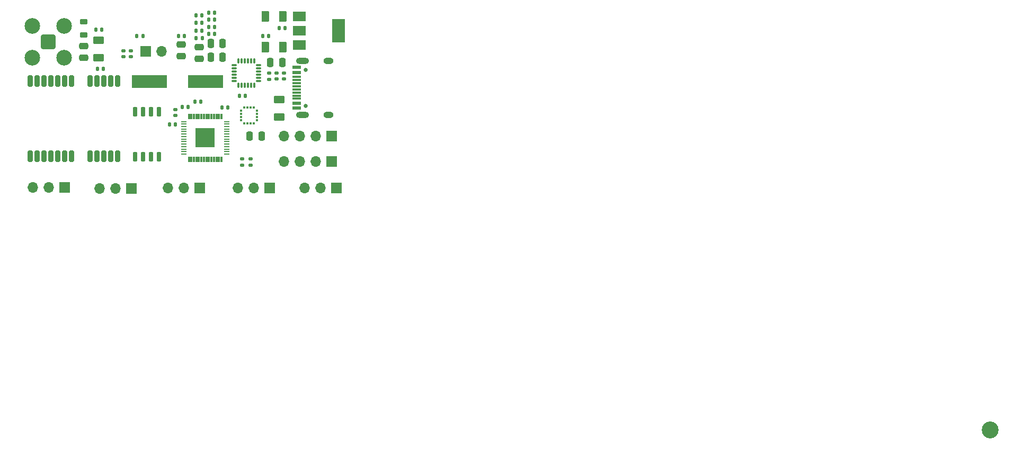
<source format=gbr>
%TF.GenerationSoftware,KiCad,Pcbnew,(6.0.7)*%
%TF.CreationDate,2022-11-19T04:14:00-05:00*%
%TF.ProjectId,picopilotv1,7069636f-7069-46c6-9f74-76312e6b6963,rev?*%
%TF.SameCoordinates,Original*%
%TF.FileFunction,Soldermask,Top*%
%TF.FilePolarity,Negative*%
%FSLAX46Y46*%
G04 Gerber Fmt 4.6, Leading zero omitted, Abs format (unit mm)*
G04 Created by KiCad (PCBNEW (6.0.7)) date 2022-11-19 04:14:00*
%MOMM*%
%LPD*%
G01*
G04 APERTURE LIST*
G04 Aperture macros list*
%AMRoundRect*
0 Rectangle with rounded corners*
0 $1 Rounding radius*
0 $2 $3 $4 $5 $6 $7 $8 $9 X,Y pos of 4 corners*
0 Add a 4 corners polygon primitive as box body*
4,1,4,$2,$3,$4,$5,$6,$7,$8,$9,$2,$3,0*
0 Add four circle primitives for the rounded corners*
1,1,$1+$1,$2,$3*
1,1,$1+$1,$4,$5*
1,1,$1+$1,$6,$7*
1,1,$1+$1,$8,$9*
0 Add four rect primitives between the rounded corners*
20,1,$1+$1,$2,$3,$4,$5,0*
20,1,$1+$1,$4,$5,$6,$7,0*
20,1,$1+$1,$6,$7,$8,$9,0*
20,1,$1+$1,$8,$9,$2,$3,0*%
G04 Aperture macros list end*
%ADD10RoundRect,0.250000X0.375000X0.625000X-0.375000X0.625000X-0.375000X-0.625000X0.375000X-0.625000X0*%
%ADD11RoundRect,0.140000X0.140000X0.170000X-0.140000X0.170000X-0.140000X-0.170000X0.140000X-0.170000X0*%
%ADD12RoundRect,0.250000X-0.250000X-0.475000X0.250000X-0.475000X0.250000X0.475000X-0.250000X0.475000X0*%
%ADD13RoundRect,0.140000X0.170000X-0.140000X0.170000X0.140000X-0.170000X0.140000X-0.170000X-0.140000X0*%
%ADD14RoundRect,0.140000X-0.140000X-0.170000X0.140000X-0.170000X0.140000X0.170000X-0.140000X0.170000X0*%
%ADD15RoundRect,0.250000X-0.625000X0.375000X-0.625000X-0.375000X0.625000X-0.375000X0.625000X0.375000X0*%
%ADD16R,0.450000X0.300000*%
%ADD17R,0.300000X0.450000*%
%ADD18R,2.000000X1.500000*%
%ADD19R,2.000000X3.800000*%
%ADD20R,5.600000X2.100000*%
%ADD21R,1.700000X1.700000*%
%ADD22O,1.700000X1.700000*%
%ADD23RoundRect,0.006000X0.094000X-0.414000X0.094000X0.414000X-0.094000X0.414000X-0.094000X-0.414000X0*%
%ADD24RoundRect,0.020000X0.400000X-0.080000X0.400000X0.080000X-0.400000X0.080000X-0.400000X-0.080000X0*%
%ADD25R,3.100000X3.100000*%
%ADD26RoundRect,0.150000X0.150000X-0.650000X0.150000X0.650000X-0.150000X0.650000X-0.150000X-0.650000X0*%
%ADD27RoundRect,0.218750X0.381250X-0.218750X0.381250X0.218750X-0.381250X0.218750X-0.381250X-0.218750X0*%
%ADD28RoundRect,0.140000X-0.170000X0.140000X-0.170000X-0.140000X0.170000X-0.140000X0.170000X0.140000X0*%
%ADD29RoundRect,0.075000X-0.075000X0.350000X-0.075000X-0.350000X0.075000X-0.350000X0.075000X0.350000X0*%
%ADD30RoundRect,0.075000X0.350000X0.075000X-0.350000X0.075000X-0.350000X-0.075000X0.350000X-0.075000X0*%
%ADD31RoundRect,0.250000X-0.475000X0.250000X-0.475000X-0.250000X0.475000X-0.250000X0.475000X0.250000X0*%
%ADD32RoundRect,0.200100X0.949900X-0.949900X0.949900X0.949900X-0.949900X0.949900X-0.949900X-0.949900X0*%
%ADD33C,2.500000*%
%ADD34C,2.700000*%
%ADD35C,0.650000*%
%ADD36R,1.450000X0.600000*%
%ADD37R,1.450000X0.300000*%
%ADD38O,2.100000X1.000000*%
%ADD39O,1.600000X1.000000*%
%ADD40RoundRect,0.250000X0.475000X-0.250000X0.475000X0.250000X-0.475000X0.250000X-0.475000X-0.250000X0*%
%ADD41RoundRect,0.250000X0.250000X0.475000X-0.250000X0.475000X-0.250000X-0.475000X0.250000X-0.475000X0*%
%ADD42RoundRect,0.200000X0.200000X-0.700000X0.200000X0.700000X-0.200000X0.700000X-0.200000X-0.700000X0*%
G04 APERTURE END LIST*
D10*
%TO.C,PWR*%
X127892000Y-83566000D03*
X125092000Y-83566000D03*
%TD*%
D11*
%TO.C,C8*%
X110665200Y-100838000D03*
X109705200Y-100838000D03*
%TD*%
D12*
%TO.C,C19*%
X122544800Y-102717600D03*
X124444800Y-102717600D03*
%TD*%
D13*
%TO.C,R1*%
X103530400Y-90040400D03*
X103530400Y-89080400D03*
%TD*%
D14*
%TO.C,C16*%
X113972400Y-84632800D03*
X114932400Y-84632800D03*
%TD*%
D15*
%TO.C,D1*%
X127254000Y-96898000D03*
X127254000Y-99698000D03*
%TD*%
D16*
%TO.C,U5*%
X123703000Y-100191000D03*
X123703000Y-99691000D03*
X123703000Y-99191000D03*
X123703000Y-98691000D03*
D17*
X123178000Y-98166000D03*
X122678000Y-98166000D03*
X122178000Y-98166000D03*
X121678000Y-98166000D03*
D16*
X121153000Y-98691000D03*
X121153000Y-99191000D03*
X121153000Y-99691000D03*
X121153000Y-100191000D03*
D17*
X121678000Y-100716000D03*
X122178000Y-100716000D03*
X122678000Y-100716000D03*
X123178000Y-100716000D03*
%TD*%
D18*
%TO.C,U1*%
X130454000Y-83552000D03*
X130454000Y-85852000D03*
D19*
X136754000Y-85852000D03*
D18*
X130454000Y-88152000D03*
%TD*%
D13*
%TO.C,R14*%
X128066800Y-93596400D03*
X128066800Y-92636400D03*
%TD*%
D11*
%TO.C,R4*%
X111737200Y-98044000D03*
X112697200Y-98044000D03*
%TD*%
D20*
%TO.C,Y1*%
X115498000Y-93980000D03*
X106498000Y-93980000D03*
%TD*%
D21*
%TO.C,P4*%
X125715000Y-110998000D03*
D22*
X123175000Y-110998000D03*
X120635000Y-110998000D03*
%TD*%
D11*
%TO.C,R3*%
X114729200Y-97180400D03*
X113769200Y-97180400D03*
%TD*%
%TO.C,R5*%
X119098000Y-98145600D03*
X118138000Y-98145600D03*
%TD*%
D23*
%TO.C,U3*%
X112843000Y-106432000D03*
X113243000Y-106432000D03*
X113643000Y-106432000D03*
X114043000Y-106432000D03*
X114443000Y-106432000D03*
X114843000Y-106432000D03*
X115243000Y-106432000D03*
X115643000Y-106432000D03*
X116043000Y-106432000D03*
X116443000Y-106432000D03*
X116843000Y-106432000D03*
X117243000Y-106432000D03*
X117643000Y-106432000D03*
X118043000Y-106432000D03*
D24*
X118878000Y-105597000D03*
X118878000Y-105197000D03*
X118878000Y-104797000D03*
X118878000Y-104397000D03*
X118878000Y-103997000D03*
X118878000Y-103597000D03*
X118878000Y-103197000D03*
X118878000Y-102797000D03*
X118878000Y-102397000D03*
X118878000Y-101997000D03*
X118878000Y-101597000D03*
X118878000Y-101197000D03*
X118878000Y-100797000D03*
X118878000Y-100397000D03*
D23*
X118043000Y-99562000D03*
X117643000Y-99562000D03*
X117243000Y-99562000D03*
X116843000Y-99562000D03*
X116443000Y-99562000D03*
X116043000Y-99562000D03*
X115643000Y-99562000D03*
X115243000Y-99562000D03*
X114843000Y-99562000D03*
X114443000Y-99562000D03*
X114043000Y-99562000D03*
X113643000Y-99562000D03*
X113243000Y-99562000D03*
X112843000Y-99562000D03*
D24*
X112008000Y-100397000D03*
X112008000Y-100797000D03*
X112008000Y-101197000D03*
X112008000Y-101597000D03*
X112008000Y-101997000D03*
X112008000Y-102397000D03*
X112008000Y-102797000D03*
X112008000Y-103197000D03*
X112008000Y-103597000D03*
X112008000Y-103997000D03*
X112008000Y-104397000D03*
X112008000Y-104797000D03*
X112008000Y-105197000D03*
X112008000Y-105597000D03*
D25*
X115443000Y-102997000D03*
%TD*%
D26*
%TO.C,U2*%
X104216200Y-98863600D03*
X105486200Y-98863600D03*
X106756200Y-98863600D03*
X108026200Y-98863600D03*
X108026200Y-106063600D03*
X106756200Y-106063600D03*
X105486200Y-106063600D03*
X104216200Y-106063600D03*
%TD*%
D14*
%TO.C,R9*%
X99159000Y-91948000D03*
X98199000Y-91948000D03*
%TD*%
D11*
%TO.C,R8*%
X98905000Y-85725000D03*
X97945000Y-85725000D03*
%TD*%
%TO.C,R6*%
X128242000Y-85471000D03*
X127282000Y-85471000D03*
%TD*%
D21*
%TO.C,P1*%
X92949000Y-110941000D03*
D22*
X90409000Y-110941000D03*
X87869000Y-110941000D03*
%TD*%
D14*
%TO.C,C5*%
X113972400Y-85902800D03*
X114932400Y-85902800D03*
%TD*%
%TO.C,C13*%
X116004400Y-86360000D03*
X116964400Y-86360000D03*
%TD*%
D15*
%TO.C,GPS*%
X98425000Y-87373000D03*
X98425000Y-90173000D03*
%TD*%
D21*
%TO.C,J1*%
X135626000Y-102743000D03*
D22*
X133086000Y-102743000D03*
X130546000Y-102743000D03*
X128006000Y-102743000D03*
%TD*%
D27*
%TO.C,L1*%
X96012000Y-86533500D03*
X96012000Y-84408500D03*
%TD*%
D28*
%TO.C,R11*%
X125628400Y-92687200D03*
X125628400Y-93647200D03*
%TD*%
D22*
%TO.C,P5*%
X131318000Y-110998000D03*
X133858000Y-110998000D03*
D21*
X136398000Y-110998000D03*
%TD*%
%TO.C,J2*%
X105918000Y-89154000D03*
D22*
X108458000Y-89154000D03*
%TD*%
D29*
%TO.C,U6*%
X123271600Y-94609200D03*
X122771600Y-94609200D03*
X122271600Y-94609200D03*
X121771600Y-94609200D03*
X121271600Y-94609200D03*
X120771600Y-94609200D03*
D30*
X120071600Y-93909200D03*
X120071600Y-93409200D03*
X120071600Y-92909200D03*
X120071600Y-92409200D03*
X120071600Y-91909200D03*
X120071600Y-91409200D03*
D29*
X120771600Y-90709200D03*
X121271600Y-90709200D03*
X121771600Y-90709200D03*
X122271600Y-90709200D03*
X122771600Y-90709200D03*
X123271600Y-90709200D03*
D30*
X123971600Y-91409200D03*
X123971600Y-91909200D03*
X123971600Y-92409200D03*
X123971600Y-92909200D03*
X123971600Y-93409200D03*
X123971600Y-93909200D03*
%TD*%
D14*
%TO.C,C9*%
X116004400Y-83007200D03*
X116964400Y-83007200D03*
%TD*%
D31*
%TO.C,C17*%
X114488000Y-88458000D03*
X114488000Y-90358000D03*
%TD*%
D14*
%TO.C,R10*%
X120881200Y-96316800D03*
X121841200Y-96316800D03*
%TD*%
D28*
%TO.C,C6*%
X122732800Y-106403200D03*
X122732800Y-107363200D03*
%TD*%
D13*
%TO.C,R13*%
X126847600Y-93596400D03*
X126847600Y-92636400D03*
%TD*%
D12*
%TO.C,C1*%
X125846800Y-90982800D03*
X127746800Y-90982800D03*
%TD*%
D14*
%TO.C,C12*%
X116004400Y-85242400D03*
X116964400Y-85242400D03*
%TD*%
D32*
%TO.C,J4*%
X90337000Y-87630000D03*
D33*
X87797000Y-90170000D03*
X92877000Y-85090000D03*
X92877000Y-90170000D03*
X87797000Y-85090000D03*
%TD*%
D14*
%TO.C,C3*%
X104523600Y-86715600D03*
X105483600Y-86715600D03*
%TD*%
D28*
%TO.C,R2*%
X102362000Y-89080400D03*
X102362000Y-90040400D03*
%TD*%
D34*
%TO.C,H2*%
X240900000Y-149700000D03*
%TD*%
D13*
%TO.C,C10*%
X110642400Y-99438400D03*
X110642400Y-98478400D03*
%TD*%
D35*
%TO.C,J3*%
X131512000Y-92106000D03*
X131512000Y-97886000D03*
D36*
X130067000Y-98246000D03*
X130067000Y-97446000D03*
D37*
X130067000Y-96246000D03*
X130067000Y-95246000D03*
X130067000Y-94746000D03*
X130067000Y-93746000D03*
D36*
X130067000Y-92546000D03*
X130067000Y-91746000D03*
X130067000Y-91746000D03*
X130067000Y-92546000D03*
D37*
X130067000Y-93246000D03*
X130067000Y-94246000D03*
X130067000Y-95746000D03*
X130067000Y-96746000D03*
D36*
X130067000Y-97446000D03*
X130067000Y-98246000D03*
D38*
X130982000Y-99316000D03*
D39*
X135162000Y-90676000D03*
X135162000Y-99316000D03*
D38*
X130982000Y-90676000D03*
%TD*%
D21*
%TO.C,P2*%
X103617000Y-111068000D03*
D22*
X101077000Y-111068000D03*
X98537000Y-111068000D03*
%TD*%
D40*
%TO.C,C4*%
X111633000Y-89977000D03*
X111633000Y-88077000D03*
%TD*%
D14*
%TO.C,C15*%
X114008000Y-87071200D03*
X114968000Y-87071200D03*
%TD*%
D40*
%TO.C,C18*%
X96012000Y-90231000D03*
X96012000Y-88331000D03*
%TD*%
D14*
%TO.C,R7*%
X124615000Y-86741000D03*
X125575000Y-86741000D03*
%TD*%
%TO.C,C14*%
X113972400Y-83413600D03*
X114932400Y-83413600D03*
%TD*%
D41*
%TO.C,C21*%
X118232000Y-90119200D03*
X116332000Y-90119200D03*
%TD*%
D10*
%TO.C,STATUS*%
X127892000Y-88519000D03*
X125092000Y-88519000D03*
%TD*%
D11*
%TO.C,C2*%
X112138400Y-86715600D03*
X111178400Y-86715600D03*
%TD*%
D28*
%TO.C,C7*%
X121361200Y-106403200D03*
X121361200Y-107363200D03*
%TD*%
D21*
%TO.C,J5*%
X135636000Y-106807000D03*
D22*
X133096000Y-106807000D03*
X130556000Y-106807000D03*
X128016000Y-106807000D03*
%TD*%
D42*
%TO.C,U4*%
X87488000Y-105949000D03*
X88588000Y-105949000D03*
X89688000Y-105949000D03*
X90788000Y-105949000D03*
X91888000Y-105949000D03*
X92988000Y-105949000D03*
X94088000Y-105949000D03*
X97088000Y-105949000D03*
X98188000Y-105949000D03*
X99288000Y-105949000D03*
X100388000Y-105949000D03*
X101488000Y-105949000D03*
X101488000Y-93949000D03*
X100388000Y-93949000D03*
X99288000Y-93949000D03*
X98188000Y-93949000D03*
X97088000Y-93949000D03*
X94088000Y-93949000D03*
X92988000Y-93949000D03*
X91888000Y-93949000D03*
X90788000Y-93949000D03*
X89688000Y-93949000D03*
X88588000Y-93949000D03*
X87488000Y-93949000D03*
%TD*%
D41*
%TO.C,C20*%
X118232000Y-87934800D03*
X116332000Y-87934800D03*
%TD*%
D21*
%TO.C,P3*%
X114539000Y-110998000D03*
D22*
X111999000Y-110998000D03*
X109459000Y-110998000D03*
%TD*%
D14*
%TO.C,C11*%
X116004400Y-84124800D03*
X116964400Y-84124800D03*
%TD*%
M02*

</source>
